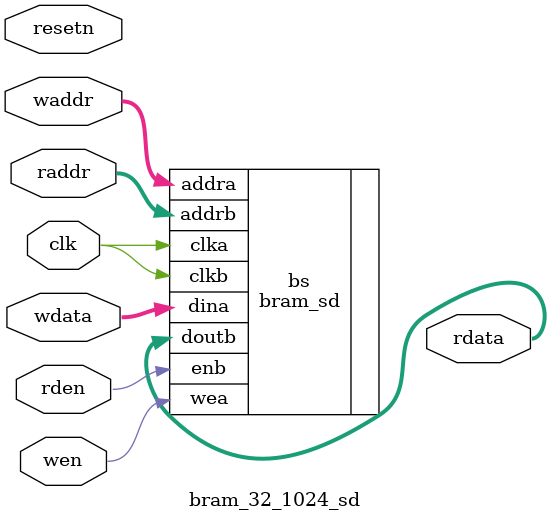
<source format=v>
`timescale 1ns / 1ps
`include "defs.h"

/*
    By ywy_c_asm
    32b*1024 BRAM，一读一写端口，需要自动处理读写冲突
*/

module bram_32_1024_sd(
    input           clk,
    input           resetn,
    input[9:0]      raddr,
    input[9:0]      waddr,
    input           rden,
    input           wen,
    input[31:0]     wdata,
    output[31:0]    rdata
    );

    /*reg[31:0] catchdata;
    reg iscatched;
    always@(posedge clk) begin
        if(~resetn) begin
            catchdata<=0;
            iscatched<=0;
        end
        else begin
            if(rden) begin
                iscatched<=wen & (raddr == waddr);
                catchdata<=wdata;
            end
        end
    end

    wire[31:0] bram_rdata;
    assign rdata=iscatched ? catchdata : bram_rdata;*/
    
    bram_sd bs(
        .clka(clk),
        .clkb(clk),
        .addra(waddr),
        .dina(wdata),
        .wea(wen),
        .addrb(raddr),
        .enb(rden),
        .doutb(rdata)
    );

endmodule
</source>
